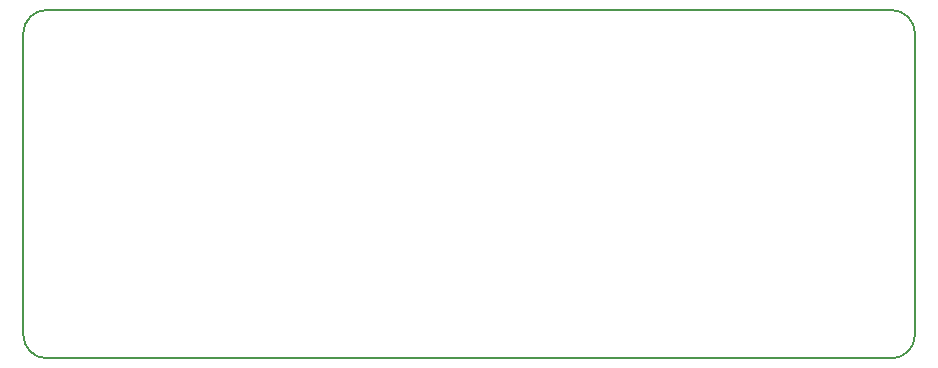
<source format=gm1>
G04*
G04 #@! TF.GenerationSoftware,Altium Limited,Altium Designer,23.0.1 (38)*
G04*
G04 Layer_Color=16711935*
%FSLAX25Y25*%
%MOIN*%
G70*
G04*
G04 #@! TF.SameCoordinates,19342238-8E0C-4B0D-84B5-E67248FCF62E*
G04*
G04*
G04 #@! TF.FilePolarity,Positive*
G04*
G01*
G75*
%ADD12C,0.00600*%
D12*
X1223475Y611403D02*
G03*
X1231349Y619277I0J7874D01*
G01*
Y719671D02*
G03*
X1223475Y727545I-7874J0D01*
G01*
X941979D02*
G03*
X934105Y719671I0J-7874D01*
G01*
Y619277D02*
G03*
X941979Y611403I7874J0D01*
G01*
X1231349Y619277D02*
Y719671D01*
X941979Y727545D02*
X1223475D01*
X941979Y611403D02*
X1223475D01*
X934105Y619277D02*
Y719671D01*
X1223475Y611403D02*
G03*
X1231349Y619277I0J7874D01*
G01*
Y719671D02*
G03*
X1223475Y727545I-7874J0D01*
G01*
X941979D02*
G03*
X934105Y719671I0J-7874D01*
G01*
Y619277D02*
G03*
X941979Y611403I7874J0D01*
G01*
X1231349Y619277D02*
Y719671D01*
X941979Y727545D02*
X1223475D01*
X941979Y611403D02*
X1223475D01*
X934105Y619277D02*
Y719671D01*
M02*

</source>
